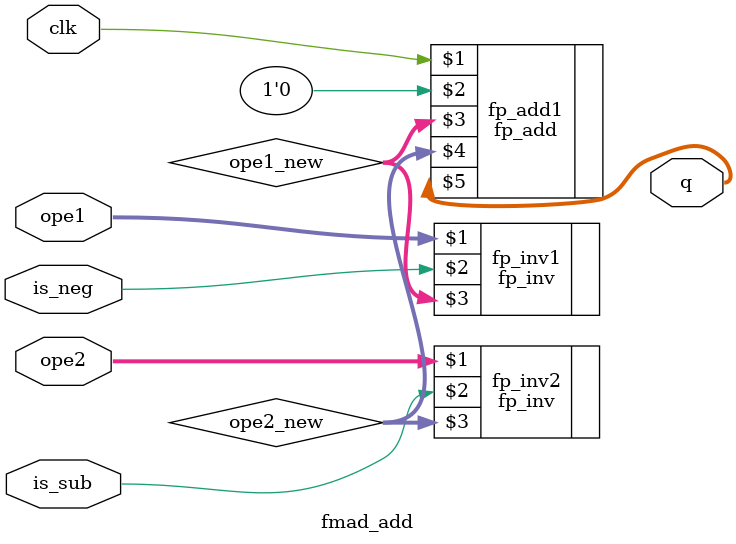
<source format=v>
module fmad_add(
    clk,
    ope1,
    ope2,
    is_sub,
    is_neg,
    q);

    input clk;
    input [31:0] ope1;
    input [31:0] ope2;
    input is_sub;
    input is_neg;
    output [31:0] q;


    wire [31:0] ope1_new;
    wire [31:0] ope2_new;
    fp_inv fp_inv1(ope1,is_neg,ope1_new);
    fp_inv fp_inv2(ope2,is_sub,ope2_new);
    fp_add fp_add1(clk,1'b0,ope1_new,ope2_new,q);

endmodule

</source>
